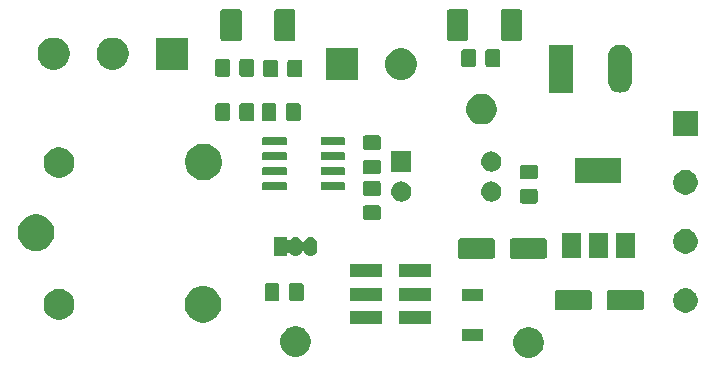
<source format=gts>
G04 #@! TF.GenerationSoftware,KiCad,Pcbnew,(5.1.2)-1*
G04 #@! TF.CreationDate,2019-07-04T14:52:25+03:00*
G04 #@! TF.ProjectId,Elevator_FirePanel Board,456c6576-6174-46f7-925f-466972655061,rev?*
G04 #@! TF.SameCoordinates,Original*
G04 #@! TF.FileFunction,Soldermask,Top*
G04 #@! TF.FilePolarity,Negative*
%FSLAX46Y46*%
G04 Gerber Fmt 4.6, Leading zero omitted, Abs format (unit mm)*
G04 Created by KiCad (PCBNEW (5.1.2)-1) date 2019-07-04 14:52:25*
%MOMM*%
%LPD*%
G04 APERTURE LIST*
%ADD10C,0.100000*%
G04 APERTURE END LIST*
D10*
G36*
X136142487Y-94252996D02*
G01*
X136379253Y-94351068D01*
X136379255Y-94351069D01*
X136592339Y-94493447D01*
X136773553Y-94674661D01*
X136873502Y-94824245D01*
X136915932Y-94887747D01*
X137014004Y-95124513D01*
X137064000Y-95375861D01*
X137064000Y-95632139D01*
X137014004Y-95883487D01*
X136942234Y-96056755D01*
X136915931Y-96120255D01*
X136773553Y-96333339D01*
X136592339Y-96514553D01*
X136379255Y-96656931D01*
X136379254Y-96656932D01*
X136379253Y-96656932D01*
X136142487Y-96755004D01*
X135891139Y-96805000D01*
X135634861Y-96805000D01*
X135383513Y-96755004D01*
X135146747Y-96656932D01*
X135146746Y-96656932D01*
X135146745Y-96656931D01*
X134933661Y-96514553D01*
X134752447Y-96333339D01*
X134610069Y-96120255D01*
X134583766Y-96056755D01*
X134511996Y-95883487D01*
X134462000Y-95632139D01*
X134462000Y-95375861D01*
X134511996Y-95124513D01*
X134610068Y-94887747D01*
X134652499Y-94824245D01*
X134752447Y-94674661D01*
X134933661Y-94493447D01*
X135146745Y-94351069D01*
X135146747Y-94351068D01*
X135383513Y-94252996D01*
X135634861Y-94203000D01*
X135891139Y-94203000D01*
X136142487Y-94252996D01*
X136142487Y-94252996D01*
G37*
G36*
X116393987Y-94189496D02*
G01*
X116547291Y-94252997D01*
X116630755Y-94287569D01*
X116824462Y-94417000D01*
X116843839Y-94429947D01*
X117025053Y-94611161D01*
X117167432Y-94824247D01*
X117265504Y-95061013D01*
X117315500Y-95312361D01*
X117315500Y-95568639D01*
X117265504Y-95819987D01*
X117167432Y-96056753D01*
X117167431Y-96056755D01*
X117025053Y-96269839D01*
X116843839Y-96451053D01*
X116630755Y-96593431D01*
X116630754Y-96593432D01*
X116630753Y-96593432D01*
X116393987Y-96691504D01*
X116142639Y-96741500D01*
X115886361Y-96741500D01*
X115635013Y-96691504D01*
X115398247Y-96593432D01*
X115398246Y-96593432D01*
X115398245Y-96593431D01*
X115185161Y-96451053D01*
X115003947Y-96269839D01*
X114861569Y-96056755D01*
X114861568Y-96056753D01*
X114763496Y-95819987D01*
X114713500Y-95568639D01*
X114713500Y-95312361D01*
X114763496Y-95061013D01*
X114861568Y-94824247D01*
X115003947Y-94611161D01*
X115185161Y-94429947D01*
X115204538Y-94417000D01*
X115398245Y-94287569D01*
X115481709Y-94252997D01*
X115635013Y-94189496D01*
X115886361Y-94139500D01*
X116142639Y-94139500D01*
X116393987Y-94189496D01*
X116393987Y-94189496D01*
G37*
G36*
X131901500Y-95419000D02*
G01*
X130099500Y-95419000D01*
X130099500Y-94417000D01*
X131901500Y-94417000D01*
X131901500Y-95419000D01*
X131901500Y-95419000D01*
G37*
G36*
X127505000Y-93991000D02*
G01*
X124823000Y-93991000D01*
X124823000Y-92889000D01*
X127505000Y-92889000D01*
X127505000Y-93991000D01*
X127505000Y-93991000D01*
G37*
G36*
X123335000Y-93991000D02*
G01*
X120653000Y-93991000D01*
X120653000Y-92889000D01*
X123335000Y-92889000D01*
X123335000Y-93991000D01*
X123335000Y-93991000D01*
G37*
G36*
X108496085Y-90761802D02*
G01*
X108645910Y-90791604D01*
X108928174Y-90908521D01*
X109182205Y-91078259D01*
X109398241Y-91294295D01*
X109567979Y-91548326D01*
X109684896Y-91830590D01*
X109744500Y-92130240D01*
X109744500Y-92435760D01*
X109684896Y-92735410D01*
X109567979Y-93017674D01*
X109398241Y-93271705D01*
X109182205Y-93487741D01*
X108928174Y-93657479D01*
X108645910Y-93774396D01*
X108496085Y-93804198D01*
X108346261Y-93834000D01*
X108040739Y-93834000D01*
X107890915Y-93804198D01*
X107741090Y-93774396D01*
X107458826Y-93657479D01*
X107204795Y-93487741D01*
X106988759Y-93271705D01*
X106819021Y-93017674D01*
X106702104Y-92735410D01*
X106642500Y-92435760D01*
X106642500Y-92130240D01*
X106702104Y-91830590D01*
X106819021Y-91548326D01*
X106988759Y-91294295D01*
X107204795Y-91078259D01*
X107458826Y-90908521D01*
X107741090Y-90791604D01*
X107890915Y-90761802D01*
X108040739Y-90732000D01*
X108346261Y-90732000D01*
X108496085Y-90761802D01*
X108496085Y-90761802D01*
G37*
G36*
X96372987Y-91031996D02*
G01*
X96604369Y-91127838D01*
X96609755Y-91130069D01*
X96822839Y-91272447D01*
X97004053Y-91453661D01*
X97138875Y-91655436D01*
X97146432Y-91666747D01*
X97244504Y-91903513D01*
X97294500Y-92154861D01*
X97294500Y-92411139D01*
X97244504Y-92662487D01*
X97146432Y-92899253D01*
X97146431Y-92899255D01*
X97004053Y-93112339D01*
X96822839Y-93293553D01*
X96609755Y-93435931D01*
X96609754Y-93435932D01*
X96609753Y-93435932D01*
X96372987Y-93534004D01*
X96121639Y-93584000D01*
X95865361Y-93584000D01*
X95614013Y-93534004D01*
X95377247Y-93435932D01*
X95377246Y-93435932D01*
X95377245Y-93435931D01*
X95164161Y-93293553D01*
X94982947Y-93112339D01*
X94840569Y-92899255D01*
X94840568Y-92899253D01*
X94742496Y-92662487D01*
X94692500Y-92411139D01*
X94692500Y-92154861D01*
X94742496Y-91903513D01*
X94840568Y-91666747D01*
X94848126Y-91655436D01*
X94982947Y-91453661D01*
X95164161Y-91272447D01*
X95377245Y-91130069D01*
X95382631Y-91127838D01*
X95614013Y-91031996D01*
X95865361Y-90982000D01*
X96121639Y-90982000D01*
X96372987Y-91031996D01*
X96372987Y-91031996D01*
G37*
G36*
X149341064Y-90951389D02*
G01*
X149499463Y-91017000D01*
X149532335Y-91030616D01*
X149704473Y-91145635D01*
X149850865Y-91292027D01*
X149898246Y-91362937D01*
X149965885Y-91464167D01*
X150045111Y-91655436D01*
X150085500Y-91858484D01*
X150085500Y-92065516D01*
X150045111Y-92268564D01*
X149975856Y-92435760D01*
X149965884Y-92459835D01*
X149850865Y-92631973D01*
X149704473Y-92778365D01*
X149532335Y-92893384D01*
X149532334Y-92893385D01*
X149532333Y-92893385D01*
X149341064Y-92972611D01*
X149138016Y-93013000D01*
X148930984Y-93013000D01*
X148727936Y-92972611D01*
X148536667Y-92893385D01*
X148536666Y-92893385D01*
X148536665Y-92893384D01*
X148364527Y-92778365D01*
X148218135Y-92631973D01*
X148103116Y-92459835D01*
X148093144Y-92435760D01*
X148023889Y-92268564D01*
X147983500Y-92065516D01*
X147983500Y-91858484D01*
X148023889Y-91655436D01*
X148103115Y-91464167D01*
X148170755Y-91362937D01*
X148218135Y-91292027D01*
X148364527Y-91145635D01*
X148536665Y-91030616D01*
X148569537Y-91017000D01*
X148727936Y-90951389D01*
X148930984Y-90911000D01*
X149138016Y-90911000D01*
X149341064Y-90951389D01*
X149341064Y-90951389D01*
G37*
G36*
X145337997Y-91101051D02*
G01*
X145371652Y-91111261D01*
X145402665Y-91127838D01*
X145429851Y-91150149D01*
X145452162Y-91177335D01*
X145468739Y-91208348D01*
X145478949Y-91242003D01*
X145483000Y-91283138D01*
X145483000Y-92612862D01*
X145478949Y-92653997D01*
X145468739Y-92687652D01*
X145452162Y-92718665D01*
X145429851Y-92745851D01*
X145402665Y-92768162D01*
X145371652Y-92784739D01*
X145337997Y-92794949D01*
X145296862Y-92799000D01*
X142567138Y-92799000D01*
X142526003Y-92794949D01*
X142492348Y-92784739D01*
X142461335Y-92768162D01*
X142434149Y-92745851D01*
X142411838Y-92718665D01*
X142395261Y-92687652D01*
X142385051Y-92653997D01*
X142381000Y-92612862D01*
X142381000Y-91283138D01*
X142385051Y-91242003D01*
X142395261Y-91208348D01*
X142411838Y-91177335D01*
X142434149Y-91150149D01*
X142461335Y-91127838D01*
X142492348Y-91111261D01*
X142526003Y-91101051D01*
X142567138Y-91097000D01*
X145296862Y-91097000D01*
X145337997Y-91101051D01*
X145337997Y-91101051D01*
G37*
G36*
X140937997Y-91101051D02*
G01*
X140971652Y-91111261D01*
X141002665Y-91127838D01*
X141029851Y-91150149D01*
X141052162Y-91177335D01*
X141068739Y-91208348D01*
X141078949Y-91242003D01*
X141083000Y-91283138D01*
X141083000Y-92612862D01*
X141078949Y-92653997D01*
X141068739Y-92687652D01*
X141052162Y-92718665D01*
X141029851Y-92745851D01*
X141002665Y-92768162D01*
X140971652Y-92784739D01*
X140937997Y-92794949D01*
X140896862Y-92799000D01*
X138167138Y-92799000D01*
X138126003Y-92794949D01*
X138092348Y-92784739D01*
X138061335Y-92768162D01*
X138034149Y-92745851D01*
X138011838Y-92718665D01*
X137995261Y-92687652D01*
X137985051Y-92653997D01*
X137981000Y-92612862D01*
X137981000Y-91283138D01*
X137985051Y-91242003D01*
X137995261Y-91208348D01*
X138011838Y-91177335D01*
X138034149Y-91150149D01*
X138061335Y-91127838D01*
X138092348Y-91111261D01*
X138126003Y-91101051D01*
X138167138Y-91097000D01*
X140896862Y-91097000D01*
X140937997Y-91101051D01*
X140937997Y-91101051D01*
G37*
G36*
X131901500Y-92019000D02*
G01*
X130099500Y-92019000D01*
X130099500Y-91017000D01*
X131901500Y-91017000D01*
X131901500Y-92019000D01*
X131901500Y-92019000D01*
G37*
G36*
X116550674Y-90502965D02*
G01*
X116588367Y-90514399D01*
X116623103Y-90532966D01*
X116653548Y-90557952D01*
X116678534Y-90588397D01*
X116697101Y-90623133D01*
X116708535Y-90660826D01*
X116713000Y-90706161D01*
X116713000Y-91792839D01*
X116708535Y-91838174D01*
X116697101Y-91875867D01*
X116678534Y-91910603D01*
X116653548Y-91941048D01*
X116623103Y-91966034D01*
X116588367Y-91984601D01*
X116550674Y-91996035D01*
X116505339Y-92000500D01*
X115668661Y-92000500D01*
X115623326Y-91996035D01*
X115585633Y-91984601D01*
X115550897Y-91966034D01*
X115520452Y-91941048D01*
X115495466Y-91910603D01*
X115476899Y-91875867D01*
X115465465Y-91838174D01*
X115461000Y-91792839D01*
X115461000Y-90706161D01*
X115465465Y-90660826D01*
X115476899Y-90623133D01*
X115495466Y-90588397D01*
X115520452Y-90557952D01*
X115550897Y-90532966D01*
X115585633Y-90514399D01*
X115623326Y-90502965D01*
X115668661Y-90498500D01*
X116505339Y-90498500D01*
X116550674Y-90502965D01*
X116550674Y-90502965D01*
G37*
G36*
X114500674Y-90502965D02*
G01*
X114538367Y-90514399D01*
X114573103Y-90532966D01*
X114603548Y-90557952D01*
X114628534Y-90588397D01*
X114647101Y-90623133D01*
X114658535Y-90660826D01*
X114663000Y-90706161D01*
X114663000Y-91792839D01*
X114658535Y-91838174D01*
X114647101Y-91875867D01*
X114628534Y-91910603D01*
X114603548Y-91941048D01*
X114573103Y-91966034D01*
X114538367Y-91984601D01*
X114500674Y-91996035D01*
X114455339Y-92000500D01*
X113618661Y-92000500D01*
X113573326Y-91996035D01*
X113535633Y-91984601D01*
X113500897Y-91966034D01*
X113470452Y-91941048D01*
X113445466Y-91910603D01*
X113426899Y-91875867D01*
X113415465Y-91838174D01*
X113411000Y-91792839D01*
X113411000Y-90706161D01*
X113415465Y-90660826D01*
X113426899Y-90623133D01*
X113445466Y-90588397D01*
X113470452Y-90557952D01*
X113500897Y-90532966D01*
X113535633Y-90514399D01*
X113573326Y-90502965D01*
X113618661Y-90498500D01*
X114455339Y-90498500D01*
X114500674Y-90502965D01*
X114500674Y-90502965D01*
G37*
G36*
X123335000Y-91991000D02*
G01*
X120653000Y-91991000D01*
X120653000Y-90889000D01*
X123335000Y-90889000D01*
X123335000Y-91991000D01*
X123335000Y-91991000D01*
G37*
G36*
X127505000Y-91991000D02*
G01*
X124823000Y-91991000D01*
X124823000Y-90889000D01*
X127505000Y-90889000D01*
X127505000Y-91991000D01*
X127505000Y-91991000D01*
G37*
G36*
X123335000Y-89991000D02*
G01*
X120653000Y-89991000D01*
X120653000Y-88889000D01*
X123335000Y-88889000D01*
X123335000Y-89991000D01*
X123335000Y-89991000D01*
G37*
G36*
X127505000Y-89991000D02*
G01*
X124823000Y-89991000D01*
X124823000Y-88889000D01*
X127505000Y-88889000D01*
X127505000Y-89991000D01*
X127505000Y-89991000D01*
G37*
G36*
X137146497Y-86719551D02*
G01*
X137180152Y-86729761D01*
X137211165Y-86746338D01*
X137238351Y-86768649D01*
X137260662Y-86795835D01*
X137277239Y-86826848D01*
X137287449Y-86860503D01*
X137291500Y-86901638D01*
X137291500Y-88231362D01*
X137287449Y-88272497D01*
X137277239Y-88306152D01*
X137260662Y-88337165D01*
X137238351Y-88364351D01*
X137211165Y-88386662D01*
X137180152Y-88403239D01*
X137146497Y-88413449D01*
X137105362Y-88417500D01*
X134375638Y-88417500D01*
X134334503Y-88413449D01*
X134300848Y-88403239D01*
X134269835Y-88386662D01*
X134242649Y-88364351D01*
X134220338Y-88337165D01*
X134203761Y-88306152D01*
X134193551Y-88272497D01*
X134189500Y-88231362D01*
X134189500Y-86901638D01*
X134193551Y-86860503D01*
X134203761Y-86826848D01*
X134220338Y-86795835D01*
X134242649Y-86768649D01*
X134269835Y-86746338D01*
X134300848Y-86729761D01*
X134334503Y-86719551D01*
X134375638Y-86715500D01*
X137105362Y-86715500D01*
X137146497Y-86719551D01*
X137146497Y-86719551D01*
G37*
G36*
X132746497Y-86719551D02*
G01*
X132780152Y-86729761D01*
X132811165Y-86746338D01*
X132838351Y-86768649D01*
X132860662Y-86795835D01*
X132877239Y-86826848D01*
X132887449Y-86860503D01*
X132891500Y-86901638D01*
X132891500Y-88231362D01*
X132887449Y-88272497D01*
X132877239Y-88306152D01*
X132860662Y-88337165D01*
X132838351Y-88364351D01*
X132811165Y-88386662D01*
X132780152Y-88403239D01*
X132746497Y-88413449D01*
X132705362Y-88417500D01*
X129975638Y-88417500D01*
X129934503Y-88413449D01*
X129900848Y-88403239D01*
X129869835Y-88386662D01*
X129842649Y-88364351D01*
X129820338Y-88337165D01*
X129803761Y-88306152D01*
X129793551Y-88272497D01*
X129789500Y-88231362D01*
X129789500Y-86901638D01*
X129793551Y-86860503D01*
X129803761Y-86826848D01*
X129820338Y-86795835D01*
X129842649Y-86768649D01*
X129869835Y-86746338D01*
X129900848Y-86729761D01*
X129934503Y-86719551D01*
X129975638Y-86715500D01*
X132705362Y-86715500D01*
X132746497Y-86719551D01*
X132746497Y-86719551D01*
G37*
G36*
X142469500Y-88338500D02*
G01*
X140867500Y-88338500D01*
X140867500Y-86236500D01*
X142469500Y-86236500D01*
X142469500Y-88338500D01*
X142469500Y-88338500D01*
G37*
G36*
X144769500Y-88338500D02*
G01*
X143167500Y-88338500D01*
X143167500Y-86236500D01*
X144769500Y-86236500D01*
X144769500Y-88338500D01*
X144769500Y-88338500D01*
G37*
G36*
X140169500Y-88338500D02*
G01*
X138567500Y-88338500D01*
X138567500Y-86236500D01*
X140169500Y-86236500D01*
X140169500Y-88338500D01*
X140169500Y-88338500D01*
G37*
G36*
X117397415Y-86583334D02*
G01*
X117505991Y-86616271D01*
X117505994Y-86616272D01*
X117542100Y-86635571D01*
X117606056Y-86669756D01*
X117693764Y-86741736D01*
X117765744Y-86829443D01*
X117792589Y-86879667D01*
X117819228Y-86929505D01*
X117819229Y-86929508D01*
X117852166Y-87038084D01*
X117860500Y-87122702D01*
X117860500Y-87629297D01*
X117852166Y-87713916D01*
X117819752Y-87820767D01*
X117819228Y-87822495D01*
X117809261Y-87841141D01*
X117765744Y-87922557D01*
X117693764Y-88010264D01*
X117606057Y-88082244D01*
X117542101Y-88116429D01*
X117505995Y-88135728D01*
X117505992Y-88135729D01*
X117397416Y-88168666D01*
X117284500Y-88179787D01*
X117171585Y-88168666D01*
X117063009Y-88135729D01*
X117063006Y-88135728D01*
X117026900Y-88116429D01*
X116962944Y-88082244D01*
X116875237Y-88010264D01*
X116803257Y-87922557D01*
X116759739Y-87841141D01*
X116746125Y-87820766D01*
X116728798Y-87803439D01*
X116708424Y-87789826D01*
X116685785Y-87780448D01*
X116661752Y-87775668D01*
X116637248Y-87775668D01*
X116613215Y-87780448D01*
X116590576Y-87789826D01*
X116570201Y-87803440D01*
X116552874Y-87820767D01*
X116539261Y-87841141D01*
X116495744Y-87922557D01*
X116423764Y-88010264D01*
X116336057Y-88082244D01*
X116272101Y-88116429D01*
X116235995Y-88135728D01*
X116235992Y-88135729D01*
X116127416Y-88168666D01*
X116014500Y-88179787D01*
X115901585Y-88168666D01*
X115793009Y-88135729D01*
X115793006Y-88135728D01*
X115756900Y-88116429D01*
X115692944Y-88082244D01*
X115605237Y-88010264D01*
X115542122Y-87933359D01*
X115524797Y-87916034D01*
X115504423Y-87902420D01*
X115481784Y-87893043D01*
X115457750Y-87888263D01*
X115433246Y-87888263D01*
X115409213Y-87893044D01*
X115386574Y-87902421D01*
X115366200Y-87916035D01*
X115348873Y-87933362D01*
X115335259Y-87953736D01*
X115325882Y-87976375D01*
X115320500Y-88012660D01*
X115320500Y-88177000D01*
X114168500Y-88177000D01*
X114168500Y-86575000D01*
X115320500Y-86575000D01*
X115320500Y-86739341D01*
X115322902Y-86763727D01*
X115330015Y-86787176D01*
X115341566Y-86808787D01*
X115357111Y-86827729D01*
X115376053Y-86843274D01*
X115397664Y-86854825D01*
X115421113Y-86861938D01*
X115445499Y-86864340D01*
X115469885Y-86861938D01*
X115493334Y-86854825D01*
X115514945Y-86843274D01*
X115533887Y-86827729D01*
X115542108Y-86818657D01*
X115605236Y-86741736D01*
X115692943Y-86669756D01*
X115756899Y-86635571D01*
X115793005Y-86616272D01*
X115793008Y-86616271D01*
X115901584Y-86583334D01*
X116014500Y-86572213D01*
X116127415Y-86583334D01*
X116235991Y-86616271D01*
X116235994Y-86616272D01*
X116272100Y-86635571D01*
X116336056Y-86669756D01*
X116423764Y-86741736D01*
X116495744Y-86829443D01*
X116534332Y-86901638D01*
X116539261Y-86910859D01*
X116552875Y-86931234D01*
X116570202Y-86948561D01*
X116590576Y-86962174D01*
X116613215Y-86971552D01*
X116637248Y-86976332D01*
X116661752Y-86976332D01*
X116685785Y-86971552D01*
X116708424Y-86962174D01*
X116728799Y-86948560D01*
X116746126Y-86931233D01*
X116759739Y-86910860D01*
X116803256Y-86829444D01*
X116875236Y-86741736D01*
X116962943Y-86669756D01*
X117026899Y-86635571D01*
X117063005Y-86616272D01*
X117063008Y-86616271D01*
X117171584Y-86583334D01*
X117284500Y-86572213D01*
X117397415Y-86583334D01*
X117397415Y-86583334D01*
G37*
G36*
X149341064Y-85951389D02*
G01*
X149532333Y-86030615D01*
X149532335Y-86030616D01*
X149704473Y-86145635D01*
X149850865Y-86292027D01*
X149965885Y-86464167D01*
X150045111Y-86655436D01*
X150085500Y-86858484D01*
X150085500Y-87065516D01*
X150045111Y-87268564D01*
X149975036Y-87437740D01*
X149965884Y-87459835D01*
X149850865Y-87631973D01*
X149704473Y-87778365D01*
X149532335Y-87893384D01*
X149532334Y-87893385D01*
X149532333Y-87893385D01*
X149341064Y-87972611D01*
X149138016Y-88013000D01*
X148930984Y-88013000D01*
X148727936Y-87972611D01*
X148536667Y-87893385D01*
X148536666Y-87893385D01*
X148536665Y-87893384D01*
X148364527Y-87778365D01*
X148218135Y-87631973D01*
X148103116Y-87459835D01*
X148093964Y-87437740D01*
X148023889Y-87268564D01*
X147983500Y-87065516D01*
X147983500Y-86858484D01*
X148023889Y-86655436D01*
X148103115Y-86464167D01*
X148218135Y-86292027D01*
X148364527Y-86145635D01*
X148536665Y-86030616D01*
X148536667Y-86030615D01*
X148727936Y-85951389D01*
X148930984Y-85911000D01*
X149138016Y-85911000D01*
X149341064Y-85951389D01*
X149341064Y-85951389D01*
G37*
G36*
X94346085Y-84711802D02*
G01*
X94495910Y-84741604D01*
X94778174Y-84858521D01*
X95032205Y-85028259D01*
X95248241Y-85244295D01*
X95417979Y-85498326D01*
X95534896Y-85780590D01*
X95594500Y-86080240D01*
X95594500Y-86385760D01*
X95534896Y-86685410D01*
X95417979Y-86967674D01*
X95248241Y-87221705D01*
X95032205Y-87437741D01*
X94778174Y-87607479D01*
X94495910Y-87724396D01*
X94346085Y-87754198D01*
X94196261Y-87784000D01*
X93890739Y-87784000D01*
X93740915Y-87754198D01*
X93591090Y-87724396D01*
X93308826Y-87607479D01*
X93054795Y-87437741D01*
X92838759Y-87221705D01*
X92669021Y-86967674D01*
X92552104Y-86685410D01*
X92492500Y-86385760D01*
X92492500Y-86080240D01*
X92552104Y-85780590D01*
X92669021Y-85498326D01*
X92838759Y-85244295D01*
X93054795Y-85028259D01*
X93308826Y-84858521D01*
X93591090Y-84741604D01*
X93740915Y-84711802D01*
X93890739Y-84682000D01*
X94196261Y-84682000D01*
X94346085Y-84711802D01*
X94346085Y-84711802D01*
G37*
G36*
X123080174Y-83905965D02*
G01*
X123117867Y-83917399D01*
X123152603Y-83935966D01*
X123183048Y-83960952D01*
X123208034Y-83991397D01*
X123226601Y-84026133D01*
X123238035Y-84063826D01*
X123242500Y-84109161D01*
X123242500Y-84945839D01*
X123238035Y-84991174D01*
X123226601Y-85028867D01*
X123208034Y-85063603D01*
X123183048Y-85094048D01*
X123152603Y-85119034D01*
X123117867Y-85137601D01*
X123080174Y-85149035D01*
X123034839Y-85153500D01*
X121948161Y-85153500D01*
X121902826Y-85149035D01*
X121865133Y-85137601D01*
X121830397Y-85119034D01*
X121799952Y-85094048D01*
X121774966Y-85063603D01*
X121756399Y-85028867D01*
X121744965Y-84991174D01*
X121740500Y-84945839D01*
X121740500Y-84109161D01*
X121744965Y-84063826D01*
X121756399Y-84026133D01*
X121774966Y-83991397D01*
X121799952Y-83960952D01*
X121830397Y-83935966D01*
X121865133Y-83917399D01*
X121902826Y-83905965D01*
X121948161Y-83901500D01*
X123034839Y-83901500D01*
X123080174Y-83905965D01*
X123080174Y-83905965D01*
G37*
G36*
X136351674Y-82508965D02*
G01*
X136389367Y-82520399D01*
X136424103Y-82538966D01*
X136454548Y-82563952D01*
X136479534Y-82594397D01*
X136498101Y-82629133D01*
X136509535Y-82666826D01*
X136514000Y-82712161D01*
X136514000Y-83548839D01*
X136509535Y-83594174D01*
X136498101Y-83631867D01*
X136479534Y-83666603D01*
X136454548Y-83697048D01*
X136424103Y-83722034D01*
X136389367Y-83740601D01*
X136351674Y-83752035D01*
X136306339Y-83756500D01*
X135219661Y-83756500D01*
X135174326Y-83752035D01*
X135136633Y-83740601D01*
X135101897Y-83722034D01*
X135071452Y-83697048D01*
X135046466Y-83666603D01*
X135027899Y-83631867D01*
X135016465Y-83594174D01*
X135012000Y-83548839D01*
X135012000Y-82712161D01*
X135016465Y-82666826D01*
X135027899Y-82629133D01*
X135046466Y-82594397D01*
X135071452Y-82563952D01*
X135101897Y-82538966D01*
X135136633Y-82520399D01*
X135174326Y-82508965D01*
X135219661Y-82504500D01*
X136306339Y-82504500D01*
X136351674Y-82508965D01*
X136351674Y-82508965D01*
G37*
G36*
X132754823Y-81901813D02*
G01*
X132915242Y-81950476D01*
X133001165Y-81996403D01*
X133063078Y-82029496D01*
X133192659Y-82135841D01*
X133299004Y-82265422D01*
X133299005Y-82265424D01*
X133378024Y-82413258D01*
X133426687Y-82573677D01*
X133443117Y-82740500D01*
X133426687Y-82907323D01*
X133378024Y-83067742D01*
X133307114Y-83200406D01*
X133299004Y-83215578D01*
X133192659Y-83345159D01*
X133063078Y-83451504D01*
X133063076Y-83451505D01*
X132915242Y-83530524D01*
X132754823Y-83579187D01*
X132629804Y-83591500D01*
X132546196Y-83591500D01*
X132421177Y-83579187D01*
X132260758Y-83530524D01*
X132112924Y-83451505D01*
X132112922Y-83451504D01*
X131983341Y-83345159D01*
X131876996Y-83215578D01*
X131868886Y-83200406D01*
X131797976Y-83067742D01*
X131749313Y-82907323D01*
X131732883Y-82740500D01*
X131749313Y-82573677D01*
X131797976Y-82413258D01*
X131876995Y-82265424D01*
X131876996Y-82265422D01*
X131983341Y-82135841D01*
X132112922Y-82029496D01*
X132174835Y-81996403D01*
X132260758Y-81950476D01*
X132421177Y-81901813D01*
X132546196Y-81889500D01*
X132629804Y-81889500D01*
X132754823Y-81901813D01*
X132754823Y-81901813D01*
G37*
G36*
X125134823Y-81901813D02*
G01*
X125295242Y-81950476D01*
X125381165Y-81996403D01*
X125443078Y-82029496D01*
X125572659Y-82135841D01*
X125679004Y-82265422D01*
X125679005Y-82265424D01*
X125758024Y-82413258D01*
X125806687Y-82573677D01*
X125823117Y-82740500D01*
X125806687Y-82907323D01*
X125758024Y-83067742D01*
X125687114Y-83200406D01*
X125679004Y-83215578D01*
X125572659Y-83345159D01*
X125443078Y-83451504D01*
X125443076Y-83451505D01*
X125295242Y-83530524D01*
X125134823Y-83579187D01*
X125009804Y-83591500D01*
X124926196Y-83591500D01*
X124801177Y-83579187D01*
X124640758Y-83530524D01*
X124492924Y-83451505D01*
X124492922Y-83451504D01*
X124363341Y-83345159D01*
X124256996Y-83215578D01*
X124248886Y-83200406D01*
X124177976Y-83067742D01*
X124129313Y-82907323D01*
X124112883Y-82740500D01*
X124129313Y-82573677D01*
X124177976Y-82413258D01*
X124256995Y-82265424D01*
X124256996Y-82265422D01*
X124363341Y-82135841D01*
X124492922Y-82029496D01*
X124554835Y-81996403D01*
X124640758Y-81950476D01*
X124801177Y-81901813D01*
X124926196Y-81889500D01*
X125009804Y-81889500D01*
X125134823Y-81901813D01*
X125134823Y-81901813D01*
G37*
G36*
X123080174Y-81855965D02*
G01*
X123117867Y-81867399D01*
X123152603Y-81885966D01*
X123183048Y-81910952D01*
X123208034Y-81941397D01*
X123226601Y-81976133D01*
X123238035Y-82013826D01*
X123242500Y-82059161D01*
X123242500Y-82895839D01*
X123238035Y-82941174D01*
X123226601Y-82978867D01*
X123208034Y-83013603D01*
X123183048Y-83044048D01*
X123152603Y-83069034D01*
X123117867Y-83087601D01*
X123080174Y-83099035D01*
X123034839Y-83103500D01*
X121948161Y-83103500D01*
X121902826Y-83099035D01*
X121865133Y-83087601D01*
X121830397Y-83069034D01*
X121799952Y-83044048D01*
X121774966Y-83013603D01*
X121756399Y-82978867D01*
X121744965Y-82941174D01*
X121740500Y-82895839D01*
X121740500Y-82059161D01*
X121744965Y-82013826D01*
X121756399Y-81976133D01*
X121774966Y-81941397D01*
X121799952Y-81910952D01*
X121830397Y-81885966D01*
X121865133Y-81867399D01*
X121902826Y-81855965D01*
X121948161Y-81851500D01*
X123034839Y-81851500D01*
X123080174Y-81855965D01*
X123080174Y-81855965D01*
G37*
G36*
X149341064Y-80951389D02*
G01*
X149532333Y-81030615D01*
X149532335Y-81030616D01*
X149704473Y-81145635D01*
X149850865Y-81292027D01*
X149947019Y-81435931D01*
X149965885Y-81464167D01*
X150045111Y-81655436D01*
X150085500Y-81858484D01*
X150085500Y-82065516D01*
X150045111Y-82268564D01*
X149965885Y-82459833D01*
X149965884Y-82459835D01*
X149850865Y-82631973D01*
X149704473Y-82778365D01*
X149532335Y-82893384D01*
X149532334Y-82893385D01*
X149532333Y-82893385D01*
X149341064Y-82972611D01*
X149138016Y-83013000D01*
X148930984Y-83013000D01*
X148727936Y-82972611D01*
X148536667Y-82893385D01*
X148536666Y-82893385D01*
X148536665Y-82893384D01*
X148364527Y-82778365D01*
X148218135Y-82631973D01*
X148103116Y-82459835D01*
X148103115Y-82459833D01*
X148023889Y-82268564D01*
X147983500Y-82065516D01*
X147983500Y-81858484D01*
X148023889Y-81655436D01*
X148103115Y-81464167D01*
X148121982Y-81435931D01*
X148218135Y-81292027D01*
X148364527Y-81145635D01*
X148536665Y-81030616D01*
X148536667Y-81030615D01*
X148727936Y-80951389D01*
X148930984Y-80911000D01*
X149138016Y-80911000D01*
X149341064Y-80951389D01*
X149341064Y-80951389D01*
G37*
G36*
X115172928Y-81947764D02*
G01*
X115194009Y-81954160D01*
X115213445Y-81964548D01*
X115230476Y-81978524D01*
X115244452Y-81995555D01*
X115254840Y-82014991D01*
X115261236Y-82036072D01*
X115264000Y-82064140D01*
X115264000Y-82527860D01*
X115261236Y-82555928D01*
X115254840Y-82577009D01*
X115244452Y-82596445D01*
X115230476Y-82613476D01*
X115213445Y-82627452D01*
X115194009Y-82637840D01*
X115172928Y-82644236D01*
X115144860Y-82647000D01*
X113331140Y-82647000D01*
X113303072Y-82644236D01*
X113281991Y-82637840D01*
X113262555Y-82627452D01*
X113245524Y-82613476D01*
X113231548Y-82596445D01*
X113221160Y-82577009D01*
X113214764Y-82555928D01*
X113212000Y-82527860D01*
X113212000Y-82064140D01*
X113214764Y-82036072D01*
X113221160Y-82014991D01*
X113231548Y-81995555D01*
X113245524Y-81978524D01*
X113262555Y-81964548D01*
X113281991Y-81954160D01*
X113303072Y-81947764D01*
X113331140Y-81945000D01*
X115144860Y-81945000D01*
X115172928Y-81947764D01*
X115172928Y-81947764D01*
G37*
G36*
X120122928Y-81947764D02*
G01*
X120144009Y-81954160D01*
X120163445Y-81964548D01*
X120180476Y-81978524D01*
X120194452Y-81995555D01*
X120204840Y-82014991D01*
X120211236Y-82036072D01*
X120214000Y-82064140D01*
X120214000Y-82527860D01*
X120211236Y-82555928D01*
X120204840Y-82577009D01*
X120194452Y-82596445D01*
X120180476Y-82613476D01*
X120163445Y-82627452D01*
X120144009Y-82637840D01*
X120122928Y-82644236D01*
X120094860Y-82647000D01*
X118281140Y-82647000D01*
X118253072Y-82644236D01*
X118231991Y-82637840D01*
X118212555Y-82627452D01*
X118195524Y-82613476D01*
X118181548Y-82596445D01*
X118171160Y-82577009D01*
X118164764Y-82555928D01*
X118162000Y-82527860D01*
X118162000Y-82064140D01*
X118164764Y-82036072D01*
X118171160Y-82014991D01*
X118181548Y-81995555D01*
X118195524Y-81978524D01*
X118212555Y-81964548D01*
X118231991Y-81954160D01*
X118253072Y-81947764D01*
X118281140Y-81945000D01*
X120094860Y-81945000D01*
X120122928Y-81947764D01*
X120122928Y-81947764D01*
G37*
G36*
X143619500Y-82038500D02*
G01*
X139717500Y-82038500D01*
X139717500Y-79936500D01*
X143619500Y-79936500D01*
X143619500Y-82038500D01*
X143619500Y-82038500D01*
G37*
G36*
X108465326Y-78695738D02*
G01*
X108695910Y-78741604D01*
X108978174Y-78858521D01*
X109232205Y-79028259D01*
X109448241Y-79244295D01*
X109617979Y-79498326D01*
X109734896Y-79780590D01*
X109734896Y-79780591D01*
X109794500Y-80080239D01*
X109794500Y-80385761D01*
X109777664Y-80470399D01*
X109734896Y-80685410D01*
X109617979Y-80967674D01*
X109448241Y-81221705D01*
X109232205Y-81437741D01*
X108978174Y-81607479D01*
X108695910Y-81724396D01*
X108546085Y-81754198D01*
X108396261Y-81784000D01*
X108090739Y-81784000D01*
X107940915Y-81754198D01*
X107791090Y-81724396D01*
X107508826Y-81607479D01*
X107254795Y-81437741D01*
X107038759Y-81221705D01*
X106869021Y-80967674D01*
X106752104Y-80685410D01*
X106709336Y-80470399D01*
X106692500Y-80385761D01*
X106692500Y-80080239D01*
X106752104Y-79780591D01*
X106752104Y-79780590D01*
X106869021Y-79498326D01*
X107038759Y-79244295D01*
X107254795Y-79028259D01*
X107508826Y-78858521D01*
X107791090Y-78741604D01*
X108021674Y-78695738D01*
X108090739Y-78682000D01*
X108396261Y-78682000D01*
X108465326Y-78695738D01*
X108465326Y-78695738D01*
G37*
G36*
X136351674Y-80458965D02*
G01*
X136389367Y-80470399D01*
X136424103Y-80488966D01*
X136454548Y-80513952D01*
X136479534Y-80544397D01*
X136498101Y-80579133D01*
X136509535Y-80616826D01*
X136514000Y-80662161D01*
X136514000Y-81498839D01*
X136509535Y-81544174D01*
X136498101Y-81581867D01*
X136479534Y-81616603D01*
X136454548Y-81647048D01*
X136424103Y-81672034D01*
X136389367Y-81690601D01*
X136351674Y-81702035D01*
X136306339Y-81706500D01*
X135219661Y-81706500D01*
X135174326Y-81702035D01*
X135136633Y-81690601D01*
X135101897Y-81672034D01*
X135071452Y-81647048D01*
X135046466Y-81616603D01*
X135027899Y-81581867D01*
X135016465Y-81544174D01*
X135012000Y-81498839D01*
X135012000Y-80662161D01*
X135016465Y-80616826D01*
X135027899Y-80579133D01*
X135046466Y-80544397D01*
X135071452Y-80513952D01*
X135101897Y-80488966D01*
X135136633Y-80470399D01*
X135174326Y-80458965D01*
X135219661Y-80454500D01*
X136306339Y-80454500D01*
X136351674Y-80458965D01*
X136351674Y-80458965D01*
G37*
G36*
X96372987Y-79031996D02*
G01*
X96558982Y-79109038D01*
X96609755Y-79130069D01*
X96822839Y-79272447D01*
X97004053Y-79453661D01*
X97099055Y-79595841D01*
X97146432Y-79666747D01*
X97244504Y-79903513D01*
X97294500Y-80154861D01*
X97294500Y-80411139D01*
X97244504Y-80662487D01*
X97194445Y-80783339D01*
X97146431Y-80899255D01*
X97004053Y-81112339D01*
X96822839Y-81293553D01*
X96609755Y-81435931D01*
X96609754Y-81435932D01*
X96609753Y-81435932D01*
X96372987Y-81534004D01*
X96121639Y-81584000D01*
X95865361Y-81584000D01*
X95614013Y-81534004D01*
X95377247Y-81435932D01*
X95377246Y-81435932D01*
X95377245Y-81435931D01*
X95164161Y-81293553D01*
X94982947Y-81112339D01*
X94840569Y-80899255D01*
X94792555Y-80783339D01*
X94742496Y-80662487D01*
X94692500Y-80411139D01*
X94692500Y-80154861D01*
X94742496Y-79903513D01*
X94840568Y-79666747D01*
X94887946Y-79595841D01*
X94982947Y-79453661D01*
X95164161Y-79272447D01*
X95377245Y-79130069D01*
X95428018Y-79109038D01*
X95614013Y-79031996D01*
X95865361Y-78982000D01*
X96121639Y-78982000D01*
X96372987Y-79031996D01*
X96372987Y-79031996D01*
G37*
G36*
X120122928Y-80677764D02*
G01*
X120144009Y-80684160D01*
X120163445Y-80694548D01*
X120180476Y-80708524D01*
X120194452Y-80725555D01*
X120204840Y-80744991D01*
X120211236Y-80766072D01*
X120214000Y-80794140D01*
X120214000Y-81257860D01*
X120211236Y-81285928D01*
X120204840Y-81307009D01*
X120194452Y-81326445D01*
X120180476Y-81343476D01*
X120163445Y-81357452D01*
X120144009Y-81367840D01*
X120122928Y-81374236D01*
X120094860Y-81377000D01*
X118281140Y-81377000D01*
X118253072Y-81374236D01*
X118231991Y-81367840D01*
X118212555Y-81357452D01*
X118195524Y-81343476D01*
X118181548Y-81326445D01*
X118171160Y-81307009D01*
X118164764Y-81285928D01*
X118162000Y-81257860D01*
X118162000Y-80794140D01*
X118164764Y-80766072D01*
X118171160Y-80744991D01*
X118181548Y-80725555D01*
X118195524Y-80708524D01*
X118212555Y-80694548D01*
X118231991Y-80684160D01*
X118253072Y-80677764D01*
X118281140Y-80675000D01*
X120094860Y-80675000D01*
X120122928Y-80677764D01*
X120122928Y-80677764D01*
G37*
G36*
X115172928Y-80677764D02*
G01*
X115194009Y-80684160D01*
X115213445Y-80694548D01*
X115230476Y-80708524D01*
X115244452Y-80725555D01*
X115254840Y-80744991D01*
X115261236Y-80766072D01*
X115264000Y-80794140D01*
X115264000Y-81257860D01*
X115261236Y-81285928D01*
X115254840Y-81307009D01*
X115244452Y-81326445D01*
X115230476Y-81343476D01*
X115213445Y-81357452D01*
X115194009Y-81367840D01*
X115172928Y-81374236D01*
X115144860Y-81377000D01*
X113331140Y-81377000D01*
X113303072Y-81374236D01*
X113281991Y-81367840D01*
X113262555Y-81357452D01*
X113245524Y-81343476D01*
X113231548Y-81326445D01*
X113221160Y-81307009D01*
X113214764Y-81285928D01*
X113212000Y-81257860D01*
X113212000Y-80794140D01*
X113214764Y-80766072D01*
X113221160Y-80744991D01*
X113231548Y-80725555D01*
X113245524Y-80708524D01*
X113262555Y-80694548D01*
X113281991Y-80684160D01*
X113303072Y-80677764D01*
X113331140Y-80675000D01*
X115144860Y-80675000D01*
X115172928Y-80677764D01*
X115172928Y-80677764D01*
G37*
G36*
X123080174Y-80032465D02*
G01*
X123117867Y-80043899D01*
X123152603Y-80062466D01*
X123183048Y-80087452D01*
X123208034Y-80117897D01*
X123226601Y-80152633D01*
X123238035Y-80190326D01*
X123242500Y-80235661D01*
X123242500Y-81072339D01*
X123238035Y-81117674D01*
X123226601Y-81155367D01*
X123208034Y-81190103D01*
X123183048Y-81220548D01*
X123152603Y-81245534D01*
X123117867Y-81264101D01*
X123080174Y-81275535D01*
X123034839Y-81280000D01*
X121948161Y-81280000D01*
X121902826Y-81275535D01*
X121865133Y-81264101D01*
X121830397Y-81245534D01*
X121799952Y-81220548D01*
X121774966Y-81190103D01*
X121756399Y-81155367D01*
X121744965Y-81117674D01*
X121740500Y-81072339D01*
X121740500Y-80235661D01*
X121744965Y-80190326D01*
X121756399Y-80152633D01*
X121774966Y-80117897D01*
X121799952Y-80087452D01*
X121830397Y-80062466D01*
X121865133Y-80043899D01*
X121902826Y-80032465D01*
X121948161Y-80028000D01*
X123034839Y-80028000D01*
X123080174Y-80032465D01*
X123080174Y-80032465D01*
G37*
G36*
X132754823Y-79361813D02*
G01*
X132915242Y-79410476D01*
X133001165Y-79456403D01*
X133063078Y-79489496D01*
X133192659Y-79595841D01*
X133299004Y-79725422D01*
X133299005Y-79725424D01*
X133378024Y-79873258D01*
X133426687Y-80033677D01*
X133443117Y-80200500D01*
X133426687Y-80367323D01*
X133378024Y-80527742D01*
X133307114Y-80660406D01*
X133299004Y-80675578D01*
X133192659Y-80805159D01*
X133063078Y-80911504D01*
X133063076Y-80911505D01*
X132915242Y-80990524D01*
X132754823Y-81039187D01*
X132629804Y-81051500D01*
X132546196Y-81051500D01*
X132421177Y-81039187D01*
X132260758Y-80990524D01*
X132112924Y-80911505D01*
X132112922Y-80911504D01*
X131983341Y-80805159D01*
X131876996Y-80675578D01*
X131868886Y-80660406D01*
X131797976Y-80527742D01*
X131749313Y-80367323D01*
X131732883Y-80200500D01*
X131749313Y-80033677D01*
X131797976Y-79873258D01*
X131876995Y-79725424D01*
X131876996Y-79725422D01*
X131983341Y-79595841D01*
X132112922Y-79489496D01*
X132174835Y-79456403D01*
X132260758Y-79410476D01*
X132421177Y-79361813D01*
X132546196Y-79349500D01*
X132629804Y-79349500D01*
X132754823Y-79361813D01*
X132754823Y-79361813D01*
G37*
G36*
X125819000Y-81051500D02*
G01*
X124117000Y-81051500D01*
X124117000Y-79349500D01*
X125819000Y-79349500D01*
X125819000Y-81051500D01*
X125819000Y-81051500D01*
G37*
G36*
X120122928Y-79407764D02*
G01*
X120144009Y-79414160D01*
X120163445Y-79424548D01*
X120180476Y-79438524D01*
X120194452Y-79455555D01*
X120204840Y-79474991D01*
X120211236Y-79496072D01*
X120214000Y-79524140D01*
X120214000Y-79987860D01*
X120211236Y-80015928D01*
X120204840Y-80037009D01*
X120194452Y-80056445D01*
X120180476Y-80073476D01*
X120163445Y-80087452D01*
X120144009Y-80097840D01*
X120122928Y-80104236D01*
X120094860Y-80107000D01*
X118281140Y-80107000D01*
X118253072Y-80104236D01*
X118231991Y-80097840D01*
X118212555Y-80087452D01*
X118195524Y-80073476D01*
X118181548Y-80056445D01*
X118171160Y-80037009D01*
X118164764Y-80015928D01*
X118162000Y-79987860D01*
X118162000Y-79524140D01*
X118164764Y-79496072D01*
X118171160Y-79474991D01*
X118181548Y-79455555D01*
X118195524Y-79438524D01*
X118212555Y-79424548D01*
X118231991Y-79414160D01*
X118253072Y-79407764D01*
X118281140Y-79405000D01*
X120094860Y-79405000D01*
X120122928Y-79407764D01*
X120122928Y-79407764D01*
G37*
G36*
X115172928Y-79407764D02*
G01*
X115194009Y-79414160D01*
X115213445Y-79424548D01*
X115230476Y-79438524D01*
X115244452Y-79455555D01*
X115254840Y-79474991D01*
X115261236Y-79496072D01*
X115264000Y-79524140D01*
X115264000Y-79987860D01*
X115261236Y-80015928D01*
X115254840Y-80037009D01*
X115244452Y-80056445D01*
X115230476Y-80073476D01*
X115213445Y-80087452D01*
X115194009Y-80097840D01*
X115172928Y-80104236D01*
X115144860Y-80107000D01*
X113331140Y-80107000D01*
X113303072Y-80104236D01*
X113281991Y-80097840D01*
X113262555Y-80087452D01*
X113245524Y-80073476D01*
X113231548Y-80056445D01*
X113221160Y-80037009D01*
X113214764Y-80015928D01*
X113212000Y-79987860D01*
X113212000Y-79524140D01*
X113214764Y-79496072D01*
X113221160Y-79474991D01*
X113231548Y-79455555D01*
X113245524Y-79438524D01*
X113262555Y-79424548D01*
X113281991Y-79414160D01*
X113303072Y-79407764D01*
X113331140Y-79405000D01*
X115144860Y-79405000D01*
X115172928Y-79407764D01*
X115172928Y-79407764D01*
G37*
G36*
X123080174Y-77982465D02*
G01*
X123117867Y-77993899D01*
X123152603Y-78012466D01*
X123183048Y-78037452D01*
X123208034Y-78067897D01*
X123226601Y-78102633D01*
X123238035Y-78140326D01*
X123242500Y-78185661D01*
X123242500Y-79022339D01*
X123238035Y-79067674D01*
X123226601Y-79105367D01*
X123208034Y-79140103D01*
X123183048Y-79170548D01*
X123152603Y-79195534D01*
X123117867Y-79214101D01*
X123080174Y-79225535D01*
X123034839Y-79230000D01*
X121948161Y-79230000D01*
X121902826Y-79225535D01*
X121865133Y-79214101D01*
X121830397Y-79195534D01*
X121799952Y-79170548D01*
X121774966Y-79140103D01*
X121756399Y-79105367D01*
X121744965Y-79067674D01*
X121740500Y-79022339D01*
X121740500Y-78185661D01*
X121744965Y-78140326D01*
X121756399Y-78102633D01*
X121774966Y-78067897D01*
X121799952Y-78037452D01*
X121830397Y-78012466D01*
X121865133Y-77993899D01*
X121902826Y-77982465D01*
X121948161Y-77978000D01*
X123034839Y-77978000D01*
X123080174Y-77982465D01*
X123080174Y-77982465D01*
G37*
G36*
X115172928Y-78137764D02*
G01*
X115194009Y-78144160D01*
X115213445Y-78154548D01*
X115230476Y-78168524D01*
X115244452Y-78185555D01*
X115254840Y-78204991D01*
X115261236Y-78226072D01*
X115264000Y-78254140D01*
X115264000Y-78717860D01*
X115261236Y-78745928D01*
X115254840Y-78767009D01*
X115244452Y-78786445D01*
X115230476Y-78803476D01*
X115213445Y-78817452D01*
X115194009Y-78827840D01*
X115172928Y-78834236D01*
X115144860Y-78837000D01*
X113331140Y-78837000D01*
X113303072Y-78834236D01*
X113281991Y-78827840D01*
X113262555Y-78817452D01*
X113245524Y-78803476D01*
X113231548Y-78786445D01*
X113221160Y-78767009D01*
X113214764Y-78745928D01*
X113212000Y-78717860D01*
X113212000Y-78254140D01*
X113214764Y-78226072D01*
X113221160Y-78204991D01*
X113231548Y-78185555D01*
X113245524Y-78168524D01*
X113262555Y-78154548D01*
X113281991Y-78144160D01*
X113303072Y-78137764D01*
X113331140Y-78135000D01*
X115144860Y-78135000D01*
X115172928Y-78137764D01*
X115172928Y-78137764D01*
G37*
G36*
X120122928Y-78137764D02*
G01*
X120144009Y-78144160D01*
X120163445Y-78154548D01*
X120180476Y-78168524D01*
X120194452Y-78185555D01*
X120204840Y-78204991D01*
X120211236Y-78226072D01*
X120214000Y-78254140D01*
X120214000Y-78717860D01*
X120211236Y-78745928D01*
X120204840Y-78767009D01*
X120194452Y-78786445D01*
X120180476Y-78803476D01*
X120163445Y-78817452D01*
X120144009Y-78827840D01*
X120122928Y-78834236D01*
X120094860Y-78837000D01*
X118281140Y-78837000D01*
X118253072Y-78834236D01*
X118231991Y-78827840D01*
X118212555Y-78817452D01*
X118195524Y-78803476D01*
X118181548Y-78786445D01*
X118171160Y-78767009D01*
X118164764Y-78745928D01*
X118162000Y-78717860D01*
X118162000Y-78254140D01*
X118164764Y-78226072D01*
X118171160Y-78204991D01*
X118181548Y-78185555D01*
X118195524Y-78168524D01*
X118212555Y-78154548D01*
X118231991Y-78144160D01*
X118253072Y-78137764D01*
X118281140Y-78135000D01*
X120094860Y-78135000D01*
X120122928Y-78137764D01*
X120122928Y-78137764D01*
G37*
G36*
X150085500Y-78013000D02*
G01*
X147983500Y-78013000D01*
X147983500Y-75911000D01*
X150085500Y-75911000D01*
X150085500Y-78013000D01*
X150085500Y-78013000D01*
G37*
G36*
X132141987Y-74504496D02*
G01*
X132378753Y-74602568D01*
X132378755Y-74602569D01*
X132591839Y-74744947D01*
X132773053Y-74926161D01*
X132915432Y-75139247D01*
X133013504Y-75376013D01*
X133063500Y-75627361D01*
X133063500Y-75883639D01*
X133013504Y-76134987D01*
X132915432Y-76371753D01*
X132915431Y-76371755D01*
X132773053Y-76584839D01*
X132591839Y-76766053D01*
X132378755Y-76908431D01*
X132378754Y-76908432D01*
X132378753Y-76908432D01*
X132141987Y-77006504D01*
X131890639Y-77056500D01*
X131634361Y-77056500D01*
X131383013Y-77006504D01*
X131146247Y-76908432D01*
X131146246Y-76908432D01*
X131146245Y-76908431D01*
X130933161Y-76766053D01*
X130751947Y-76584839D01*
X130609569Y-76371755D01*
X130609568Y-76371753D01*
X130511496Y-76134987D01*
X130461500Y-75883639D01*
X130461500Y-75627361D01*
X130511496Y-75376013D01*
X130609568Y-75139247D01*
X130751947Y-74926161D01*
X130933161Y-74744947D01*
X131146245Y-74602569D01*
X131146247Y-74602568D01*
X131383013Y-74504496D01*
X131634361Y-74454500D01*
X131890639Y-74454500D01*
X132141987Y-74504496D01*
X132141987Y-74504496D01*
G37*
G36*
X110309674Y-75262965D02*
G01*
X110347367Y-75274399D01*
X110382103Y-75292966D01*
X110412548Y-75317952D01*
X110437534Y-75348397D01*
X110456101Y-75383133D01*
X110467535Y-75420826D01*
X110472000Y-75466161D01*
X110472000Y-76552839D01*
X110467535Y-76598174D01*
X110456101Y-76635867D01*
X110437534Y-76670603D01*
X110412548Y-76701048D01*
X110382103Y-76726034D01*
X110347367Y-76744601D01*
X110309674Y-76756035D01*
X110264339Y-76760500D01*
X109427661Y-76760500D01*
X109382326Y-76756035D01*
X109344633Y-76744601D01*
X109309897Y-76726034D01*
X109279452Y-76701048D01*
X109254466Y-76670603D01*
X109235899Y-76635867D01*
X109224465Y-76598174D01*
X109220000Y-76552839D01*
X109220000Y-75466161D01*
X109224465Y-75420826D01*
X109235899Y-75383133D01*
X109254466Y-75348397D01*
X109279452Y-75317952D01*
X109309897Y-75292966D01*
X109344633Y-75274399D01*
X109382326Y-75262965D01*
X109427661Y-75258500D01*
X110264339Y-75258500D01*
X110309674Y-75262965D01*
X110309674Y-75262965D01*
G37*
G36*
X114246674Y-75262965D02*
G01*
X114284367Y-75274399D01*
X114319103Y-75292966D01*
X114349548Y-75317952D01*
X114374534Y-75348397D01*
X114393101Y-75383133D01*
X114404535Y-75420826D01*
X114409000Y-75466161D01*
X114409000Y-76552839D01*
X114404535Y-76598174D01*
X114393101Y-76635867D01*
X114374534Y-76670603D01*
X114349548Y-76701048D01*
X114319103Y-76726034D01*
X114284367Y-76744601D01*
X114246674Y-76756035D01*
X114201339Y-76760500D01*
X113364661Y-76760500D01*
X113319326Y-76756035D01*
X113281633Y-76744601D01*
X113246897Y-76726034D01*
X113216452Y-76701048D01*
X113191466Y-76670603D01*
X113172899Y-76635867D01*
X113161465Y-76598174D01*
X113157000Y-76552839D01*
X113157000Y-75466161D01*
X113161465Y-75420826D01*
X113172899Y-75383133D01*
X113191466Y-75348397D01*
X113216452Y-75317952D01*
X113246897Y-75292966D01*
X113281633Y-75274399D01*
X113319326Y-75262965D01*
X113364661Y-75258500D01*
X114201339Y-75258500D01*
X114246674Y-75262965D01*
X114246674Y-75262965D01*
G37*
G36*
X112359674Y-75262965D02*
G01*
X112397367Y-75274399D01*
X112432103Y-75292966D01*
X112462548Y-75317952D01*
X112487534Y-75348397D01*
X112506101Y-75383133D01*
X112517535Y-75420826D01*
X112522000Y-75466161D01*
X112522000Y-76552839D01*
X112517535Y-76598174D01*
X112506101Y-76635867D01*
X112487534Y-76670603D01*
X112462548Y-76701048D01*
X112432103Y-76726034D01*
X112397367Y-76744601D01*
X112359674Y-76756035D01*
X112314339Y-76760500D01*
X111477661Y-76760500D01*
X111432326Y-76756035D01*
X111394633Y-76744601D01*
X111359897Y-76726034D01*
X111329452Y-76701048D01*
X111304466Y-76670603D01*
X111285899Y-76635867D01*
X111274465Y-76598174D01*
X111270000Y-76552839D01*
X111270000Y-75466161D01*
X111274465Y-75420826D01*
X111285899Y-75383133D01*
X111304466Y-75348397D01*
X111329452Y-75317952D01*
X111359897Y-75292966D01*
X111394633Y-75274399D01*
X111432326Y-75262965D01*
X111477661Y-75258500D01*
X112314339Y-75258500D01*
X112359674Y-75262965D01*
X112359674Y-75262965D01*
G37*
G36*
X116296674Y-75262965D02*
G01*
X116334367Y-75274399D01*
X116369103Y-75292966D01*
X116399548Y-75317952D01*
X116424534Y-75348397D01*
X116443101Y-75383133D01*
X116454535Y-75420826D01*
X116459000Y-75466161D01*
X116459000Y-76552839D01*
X116454535Y-76598174D01*
X116443101Y-76635867D01*
X116424534Y-76670603D01*
X116399548Y-76701048D01*
X116369103Y-76726034D01*
X116334367Y-76744601D01*
X116296674Y-76756035D01*
X116251339Y-76760500D01*
X115414661Y-76760500D01*
X115369326Y-76756035D01*
X115331633Y-76744601D01*
X115296897Y-76726034D01*
X115266452Y-76701048D01*
X115241466Y-76670603D01*
X115222899Y-76635867D01*
X115211465Y-76598174D01*
X115207000Y-76552839D01*
X115207000Y-75466161D01*
X115211465Y-75420826D01*
X115222899Y-75383133D01*
X115241466Y-75348397D01*
X115266452Y-75317952D01*
X115296897Y-75292966D01*
X115331633Y-75274399D01*
X115369326Y-75262965D01*
X115414661Y-75258500D01*
X116251339Y-75258500D01*
X116296674Y-75262965D01*
X116296674Y-75262965D01*
G37*
G36*
X143697571Y-70310563D02*
G01*
X143893800Y-70370089D01*
X144074646Y-70466753D01*
X144115937Y-70500640D01*
X144233160Y-70596840D01*
X144363248Y-70755355D01*
X144438483Y-70896110D01*
X144459911Y-70936199D01*
X144519437Y-71132428D01*
X144534500Y-71285368D01*
X144534500Y-73367632D01*
X144519437Y-73520572D01*
X144459911Y-73716801D01*
X144459910Y-73716803D01*
X144363248Y-73897645D01*
X144233160Y-74056160D01*
X144074645Y-74186248D01*
X143893803Y-74282910D01*
X143893801Y-74282911D01*
X143697572Y-74342437D01*
X143493500Y-74362536D01*
X143289429Y-74342437D01*
X143093200Y-74282911D01*
X143093198Y-74282910D01*
X142912356Y-74186248D01*
X142753841Y-74056160D01*
X142623753Y-73897645D01*
X142527091Y-73716803D01*
X142527090Y-73716801D01*
X142467564Y-73520572D01*
X142452501Y-73367632D01*
X142452500Y-71285369D01*
X142467563Y-71132429D01*
X142527089Y-70936200D01*
X142548518Y-70896110D01*
X142623752Y-70755356D01*
X142623753Y-70755354D01*
X142667212Y-70702399D01*
X142753840Y-70596840D01*
X142912355Y-70466752D01*
X143093197Y-70370090D01*
X143093199Y-70370089D01*
X143289428Y-70310563D01*
X143493500Y-70290464D01*
X143697571Y-70310563D01*
X143697571Y-70310563D01*
G37*
G36*
X139534500Y-74357500D02*
G01*
X137452500Y-74357500D01*
X137452500Y-70295500D01*
X139534500Y-70295500D01*
X139534500Y-74357500D01*
X139534500Y-74357500D01*
G37*
G36*
X121302500Y-73296500D02*
G01*
X118600500Y-73296500D01*
X118600500Y-70594500D01*
X121302500Y-70594500D01*
X121302500Y-73296500D01*
X121302500Y-73296500D01*
G37*
G36*
X125345572Y-70646418D02*
G01*
X125585870Y-70745952D01*
X125591439Y-70748259D01*
X125602060Y-70755356D01*
X125812711Y-70896109D01*
X126000891Y-71084289D01*
X126071232Y-71189562D01*
X126135248Y-71285367D01*
X126148742Y-71305563D01*
X126250582Y-71551428D01*
X126302500Y-71812437D01*
X126302500Y-72078563D01*
X126250582Y-72339572D01*
X126148742Y-72585437D01*
X126000891Y-72806711D01*
X125812711Y-72994891D01*
X125784112Y-73014000D01*
X125591439Y-73142741D01*
X125591438Y-73142742D01*
X125591437Y-73142742D01*
X125345572Y-73244582D01*
X125084563Y-73296500D01*
X124818437Y-73296500D01*
X124557428Y-73244582D01*
X124311563Y-73142742D01*
X124311562Y-73142742D01*
X124311561Y-73142741D01*
X124118888Y-73014000D01*
X124090289Y-72994891D01*
X123902109Y-72806711D01*
X123754258Y-72585437D01*
X123652418Y-72339572D01*
X123600500Y-72078563D01*
X123600500Y-71812437D01*
X123652418Y-71551428D01*
X123754258Y-71305563D01*
X123767753Y-71285367D01*
X123831768Y-71189562D01*
X123902109Y-71084289D01*
X124090289Y-70896109D01*
X124300940Y-70755356D01*
X124311561Y-70748259D01*
X124317131Y-70745952D01*
X124557428Y-70646418D01*
X124818437Y-70594500D01*
X125084563Y-70594500D01*
X125345572Y-70646418D01*
X125345572Y-70646418D01*
G37*
G36*
X114373674Y-71579965D02*
G01*
X114411367Y-71591399D01*
X114446103Y-71609966D01*
X114476548Y-71634952D01*
X114501534Y-71665397D01*
X114520101Y-71700133D01*
X114531535Y-71737826D01*
X114536000Y-71783161D01*
X114536000Y-72869839D01*
X114531535Y-72915174D01*
X114520101Y-72952867D01*
X114501534Y-72987603D01*
X114476548Y-73018048D01*
X114446103Y-73043034D01*
X114411367Y-73061601D01*
X114373674Y-73073035D01*
X114328339Y-73077500D01*
X113491661Y-73077500D01*
X113446326Y-73073035D01*
X113408633Y-73061601D01*
X113373897Y-73043034D01*
X113343452Y-73018048D01*
X113318466Y-72987603D01*
X113299899Y-72952867D01*
X113288465Y-72915174D01*
X113284000Y-72869839D01*
X113284000Y-71783161D01*
X113288465Y-71737826D01*
X113299899Y-71700133D01*
X113318466Y-71665397D01*
X113343452Y-71634952D01*
X113373897Y-71609966D01*
X113408633Y-71591399D01*
X113446326Y-71579965D01*
X113491661Y-71575500D01*
X114328339Y-71575500D01*
X114373674Y-71579965D01*
X114373674Y-71579965D01*
G37*
G36*
X116423674Y-71579965D02*
G01*
X116461367Y-71591399D01*
X116496103Y-71609966D01*
X116526548Y-71634952D01*
X116551534Y-71665397D01*
X116570101Y-71700133D01*
X116581535Y-71737826D01*
X116586000Y-71783161D01*
X116586000Y-72869839D01*
X116581535Y-72915174D01*
X116570101Y-72952867D01*
X116551534Y-72987603D01*
X116526548Y-73018048D01*
X116496103Y-73043034D01*
X116461367Y-73061601D01*
X116423674Y-73073035D01*
X116378339Y-73077500D01*
X115541661Y-73077500D01*
X115496326Y-73073035D01*
X115458633Y-73061601D01*
X115423897Y-73043034D01*
X115393452Y-73018048D01*
X115368466Y-72987603D01*
X115349899Y-72952867D01*
X115338465Y-72915174D01*
X115334000Y-72869839D01*
X115334000Y-71783161D01*
X115338465Y-71737826D01*
X115349899Y-71700133D01*
X115368466Y-71665397D01*
X115393452Y-71634952D01*
X115423897Y-71609966D01*
X115458633Y-71591399D01*
X115496326Y-71579965D01*
X115541661Y-71575500D01*
X116378339Y-71575500D01*
X116423674Y-71579965D01*
X116423674Y-71579965D01*
G37*
G36*
X112359674Y-71516465D02*
G01*
X112397367Y-71527899D01*
X112432103Y-71546466D01*
X112462548Y-71571452D01*
X112487534Y-71601897D01*
X112506101Y-71636633D01*
X112517535Y-71674326D01*
X112522000Y-71719661D01*
X112522000Y-72806339D01*
X112517535Y-72851674D01*
X112506101Y-72889367D01*
X112487534Y-72924103D01*
X112462548Y-72954548D01*
X112432103Y-72979534D01*
X112397367Y-72998101D01*
X112359674Y-73009535D01*
X112314339Y-73014000D01*
X111477661Y-73014000D01*
X111432326Y-73009535D01*
X111394633Y-72998101D01*
X111359897Y-72979534D01*
X111329452Y-72954548D01*
X111304466Y-72924103D01*
X111285899Y-72889367D01*
X111274465Y-72851674D01*
X111270000Y-72806339D01*
X111270000Y-71719661D01*
X111274465Y-71674326D01*
X111285899Y-71636633D01*
X111304466Y-71601897D01*
X111329452Y-71571452D01*
X111359897Y-71546466D01*
X111394633Y-71527899D01*
X111432326Y-71516465D01*
X111477661Y-71512000D01*
X112314339Y-71512000D01*
X112359674Y-71516465D01*
X112359674Y-71516465D01*
G37*
G36*
X110309674Y-71516465D02*
G01*
X110347367Y-71527899D01*
X110382103Y-71546466D01*
X110412548Y-71571452D01*
X110437534Y-71601897D01*
X110456101Y-71636633D01*
X110467535Y-71674326D01*
X110472000Y-71719661D01*
X110472000Y-72806339D01*
X110467535Y-72851674D01*
X110456101Y-72889367D01*
X110437534Y-72924103D01*
X110412548Y-72954548D01*
X110382103Y-72979534D01*
X110347367Y-72998101D01*
X110309674Y-73009535D01*
X110264339Y-73014000D01*
X109427661Y-73014000D01*
X109382326Y-73009535D01*
X109344633Y-72998101D01*
X109309897Y-72979534D01*
X109279452Y-72954548D01*
X109254466Y-72924103D01*
X109235899Y-72889367D01*
X109224465Y-72851674D01*
X109220000Y-72806339D01*
X109220000Y-71719661D01*
X109224465Y-71674326D01*
X109235899Y-71636633D01*
X109254466Y-71601897D01*
X109279452Y-71571452D01*
X109309897Y-71546466D01*
X109344633Y-71527899D01*
X109382326Y-71516465D01*
X109427661Y-71512000D01*
X110264339Y-71512000D01*
X110309674Y-71516465D01*
X110309674Y-71516465D01*
G37*
G36*
X106888000Y-72407500D02*
G01*
X104186000Y-72407500D01*
X104186000Y-69705500D01*
X106888000Y-69705500D01*
X106888000Y-72407500D01*
X106888000Y-72407500D01*
G37*
G36*
X100924944Y-69756199D02*
G01*
X100931072Y-69757418D01*
X101176939Y-69859259D01*
X101178275Y-69860152D01*
X101398211Y-70007109D01*
X101586391Y-70195289D01*
X101734242Y-70416563D01*
X101836082Y-70662428D01*
X101888000Y-70923437D01*
X101888000Y-71189563D01*
X101836082Y-71450572D01*
X101743401Y-71674326D01*
X101734241Y-71696439D01*
X101718724Y-71719661D01*
X101587316Y-71916327D01*
X101586390Y-71917712D01*
X101398212Y-72105890D01*
X101176939Y-72253741D01*
X101176938Y-72253742D01*
X101176937Y-72253742D01*
X100931072Y-72355582D01*
X100670063Y-72407500D01*
X100403937Y-72407500D01*
X100142928Y-72355582D01*
X99897063Y-72253742D01*
X99897062Y-72253742D01*
X99897061Y-72253741D01*
X99675788Y-72105890D01*
X99487610Y-71917712D01*
X99486685Y-71916327D01*
X99355276Y-71719661D01*
X99339759Y-71696439D01*
X99330600Y-71674326D01*
X99237918Y-71450572D01*
X99186000Y-71189563D01*
X99186000Y-70923437D01*
X99237918Y-70662428D01*
X99339758Y-70416563D01*
X99487609Y-70195289D01*
X99675789Y-70007109D01*
X99895725Y-69860152D01*
X99897061Y-69859259D01*
X100142928Y-69757418D01*
X100149056Y-69756199D01*
X100403937Y-69705500D01*
X100670063Y-69705500D01*
X100924944Y-69756199D01*
X100924944Y-69756199D01*
G37*
G36*
X95924944Y-69756199D02*
G01*
X95931072Y-69757418D01*
X96176939Y-69859259D01*
X96178275Y-69860152D01*
X96398211Y-70007109D01*
X96586391Y-70195289D01*
X96734242Y-70416563D01*
X96836082Y-70662428D01*
X96888000Y-70923437D01*
X96888000Y-71189563D01*
X96836082Y-71450572D01*
X96743401Y-71674326D01*
X96734241Y-71696439D01*
X96718724Y-71719661D01*
X96587316Y-71916327D01*
X96586390Y-71917712D01*
X96398212Y-72105890D01*
X96176939Y-72253741D01*
X96176938Y-72253742D01*
X96176937Y-72253742D01*
X95931072Y-72355582D01*
X95670063Y-72407500D01*
X95403937Y-72407500D01*
X95142928Y-72355582D01*
X94897063Y-72253742D01*
X94897062Y-72253742D01*
X94897061Y-72253741D01*
X94675788Y-72105890D01*
X94487610Y-71917712D01*
X94486685Y-71916327D01*
X94355276Y-71719661D01*
X94339759Y-71696439D01*
X94330600Y-71674326D01*
X94237918Y-71450572D01*
X94186000Y-71189563D01*
X94186000Y-70923437D01*
X94237918Y-70662428D01*
X94339758Y-70416563D01*
X94487609Y-70195289D01*
X94675789Y-70007109D01*
X94895725Y-69860152D01*
X94897061Y-69859259D01*
X95142928Y-69757418D01*
X95149056Y-69756199D01*
X95403937Y-69705500D01*
X95670063Y-69705500D01*
X95924944Y-69756199D01*
X95924944Y-69756199D01*
G37*
G36*
X131137674Y-70690965D02*
G01*
X131175367Y-70702399D01*
X131210103Y-70720966D01*
X131240548Y-70745952D01*
X131265534Y-70776397D01*
X131284101Y-70811133D01*
X131295535Y-70848826D01*
X131300000Y-70894161D01*
X131300000Y-71980839D01*
X131295535Y-72026174D01*
X131284101Y-72063867D01*
X131265534Y-72098603D01*
X131240548Y-72129048D01*
X131210103Y-72154034D01*
X131175367Y-72172601D01*
X131137674Y-72184035D01*
X131092339Y-72188500D01*
X130255661Y-72188500D01*
X130210326Y-72184035D01*
X130172633Y-72172601D01*
X130137897Y-72154034D01*
X130107452Y-72129048D01*
X130082466Y-72098603D01*
X130063899Y-72063867D01*
X130052465Y-72026174D01*
X130048000Y-71980839D01*
X130048000Y-70894161D01*
X130052465Y-70848826D01*
X130063899Y-70811133D01*
X130082466Y-70776397D01*
X130107452Y-70745952D01*
X130137897Y-70720966D01*
X130172633Y-70702399D01*
X130210326Y-70690965D01*
X130255661Y-70686500D01*
X131092339Y-70686500D01*
X131137674Y-70690965D01*
X131137674Y-70690965D01*
G37*
G36*
X133187674Y-70690965D02*
G01*
X133225367Y-70702399D01*
X133260103Y-70720966D01*
X133290548Y-70745952D01*
X133315534Y-70776397D01*
X133334101Y-70811133D01*
X133345535Y-70848826D01*
X133350000Y-70894161D01*
X133350000Y-71980839D01*
X133345535Y-72026174D01*
X133334101Y-72063867D01*
X133315534Y-72098603D01*
X133290548Y-72129048D01*
X133260103Y-72154034D01*
X133225367Y-72172601D01*
X133187674Y-72184035D01*
X133142339Y-72188500D01*
X132305661Y-72188500D01*
X132260326Y-72184035D01*
X132222633Y-72172601D01*
X132187897Y-72154034D01*
X132157452Y-72129048D01*
X132132466Y-72098603D01*
X132113899Y-72063867D01*
X132102465Y-72026174D01*
X132098000Y-71980839D01*
X132098000Y-70894161D01*
X132102465Y-70848826D01*
X132113899Y-70811133D01*
X132132466Y-70776397D01*
X132157452Y-70745952D01*
X132187897Y-70720966D01*
X132222633Y-70702399D01*
X132260326Y-70690965D01*
X132305661Y-70686500D01*
X133142339Y-70686500D01*
X133187674Y-70690965D01*
X133187674Y-70690965D01*
G37*
G36*
X130500100Y-67321489D02*
G01*
X130533152Y-67331515D01*
X130563603Y-67347792D01*
X130590299Y-67369701D01*
X130612208Y-67396397D01*
X130628485Y-67426848D01*
X130638511Y-67459900D01*
X130642500Y-67500403D01*
X130642500Y-69786597D01*
X130638511Y-69827100D01*
X130628485Y-69860152D01*
X130612208Y-69890603D01*
X130590299Y-69917299D01*
X130563603Y-69939208D01*
X130533152Y-69955485D01*
X130500100Y-69965511D01*
X130459597Y-69969500D01*
X129023403Y-69969500D01*
X128982900Y-69965511D01*
X128949848Y-69955485D01*
X128919397Y-69939208D01*
X128892701Y-69917299D01*
X128870792Y-69890603D01*
X128854515Y-69860152D01*
X128844489Y-69827100D01*
X128840500Y-69786597D01*
X128840500Y-67500403D01*
X128844489Y-67459900D01*
X128854515Y-67426848D01*
X128870792Y-67396397D01*
X128892701Y-67369701D01*
X128919397Y-67347792D01*
X128949848Y-67331515D01*
X128982900Y-67321489D01*
X129023403Y-67317500D01*
X130459597Y-67317500D01*
X130500100Y-67321489D01*
X130500100Y-67321489D01*
G37*
G36*
X135050100Y-67321489D02*
G01*
X135083152Y-67331515D01*
X135113603Y-67347792D01*
X135140299Y-67369701D01*
X135162208Y-67396397D01*
X135178485Y-67426848D01*
X135188511Y-67459900D01*
X135192500Y-67500403D01*
X135192500Y-69786597D01*
X135188511Y-69827100D01*
X135178485Y-69860152D01*
X135162208Y-69890603D01*
X135140299Y-69917299D01*
X135113603Y-69939208D01*
X135083152Y-69955485D01*
X135050100Y-69965511D01*
X135009597Y-69969500D01*
X133573403Y-69969500D01*
X133532900Y-69965511D01*
X133499848Y-69955485D01*
X133469397Y-69939208D01*
X133442701Y-69917299D01*
X133420792Y-69890603D01*
X133404515Y-69860152D01*
X133394489Y-69827100D01*
X133390500Y-69786597D01*
X133390500Y-67500403D01*
X133394489Y-67459900D01*
X133404515Y-67426848D01*
X133420792Y-67396397D01*
X133442701Y-67369701D01*
X133469397Y-67347792D01*
X133499848Y-67331515D01*
X133532900Y-67321489D01*
X133573403Y-67317500D01*
X135009597Y-67317500D01*
X135050100Y-67321489D01*
X135050100Y-67321489D01*
G37*
G36*
X111323100Y-67321489D02*
G01*
X111356152Y-67331515D01*
X111386603Y-67347792D01*
X111413299Y-67369701D01*
X111435208Y-67396397D01*
X111451485Y-67426848D01*
X111461511Y-67459900D01*
X111465500Y-67500403D01*
X111465500Y-69786597D01*
X111461511Y-69827100D01*
X111451485Y-69860152D01*
X111435208Y-69890603D01*
X111413299Y-69917299D01*
X111386603Y-69939208D01*
X111356152Y-69955485D01*
X111323100Y-69965511D01*
X111282597Y-69969500D01*
X109846403Y-69969500D01*
X109805900Y-69965511D01*
X109772848Y-69955485D01*
X109742397Y-69939208D01*
X109715701Y-69917299D01*
X109693792Y-69890603D01*
X109677515Y-69860152D01*
X109667489Y-69827100D01*
X109663500Y-69786597D01*
X109663500Y-67500403D01*
X109667489Y-67459900D01*
X109677515Y-67426848D01*
X109693792Y-67396397D01*
X109715701Y-67369701D01*
X109742397Y-67347792D01*
X109772848Y-67331515D01*
X109805900Y-67321489D01*
X109846403Y-67317500D01*
X111282597Y-67317500D01*
X111323100Y-67321489D01*
X111323100Y-67321489D01*
G37*
G36*
X115873100Y-67321489D02*
G01*
X115906152Y-67331515D01*
X115936603Y-67347792D01*
X115963299Y-67369701D01*
X115985208Y-67396397D01*
X116001485Y-67426848D01*
X116011511Y-67459900D01*
X116015500Y-67500403D01*
X116015500Y-69786597D01*
X116011511Y-69827100D01*
X116001485Y-69860152D01*
X115985208Y-69890603D01*
X115963299Y-69917299D01*
X115936603Y-69939208D01*
X115906152Y-69955485D01*
X115873100Y-69965511D01*
X115832597Y-69969500D01*
X114396403Y-69969500D01*
X114355900Y-69965511D01*
X114322848Y-69955485D01*
X114292397Y-69939208D01*
X114265701Y-69917299D01*
X114243792Y-69890603D01*
X114227515Y-69860152D01*
X114217489Y-69827100D01*
X114213500Y-69786597D01*
X114213500Y-67500403D01*
X114217489Y-67459900D01*
X114227515Y-67426848D01*
X114243792Y-67396397D01*
X114265701Y-67369701D01*
X114292397Y-67347792D01*
X114322848Y-67331515D01*
X114355900Y-67321489D01*
X114396403Y-67317500D01*
X115832597Y-67317500D01*
X115873100Y-67321489D01*
X115873100Y-67321489D01*
G37*
M02*

</source>
